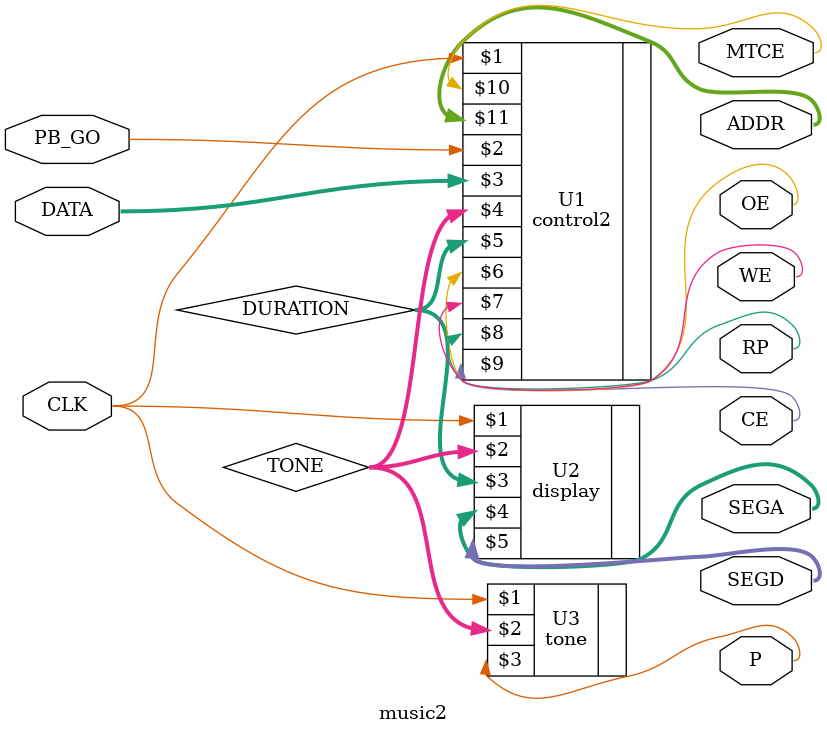
<source format=v>
module music2(CLK, DATA, OE, WE, RP, CE, MTCE, ADDR, PB_GO, SEGA, SEGD, P);
	input 			CLK; 	// 100MHz clock input
	input 	[15:0] 	DATA;	// 16-bit data received from flash memory
	input 			PB_GO; 	// Play command input from push-button
	output 	[3:0] 	SEGA; 	// Display-select (common anode) output
	output 	[7:0] 	SEGD; 	// Display-pattern output
	output 	[23:1] 	ADDR; 	// 23-bit address sent to flash memory
	output 			P; 		// Square wave output
	output 			OE; 	// Flash Output Enable
	output 			WE; 	// Flash Write Enable
	output 			CE; 	// Flash Chip Enable
	output 			RP; 	// Flash Reset/Power-down
	output 			MTCE; 	// RAM Chip Enable
	
	wire 	[3:0] 	TONE;
	wire 	[3:0] 	DURATION;
	
	control2 U1 (CLK, PB_GO, DATA, TONE, DURATION, OE, WE, RP, CE, MTCE, ADDR);
	display  U2 (CLK, TONE, DURATION, SEGA, SEGD);
	tone     U3 (CLK, TONE, P);
	
endmodule
</source>
